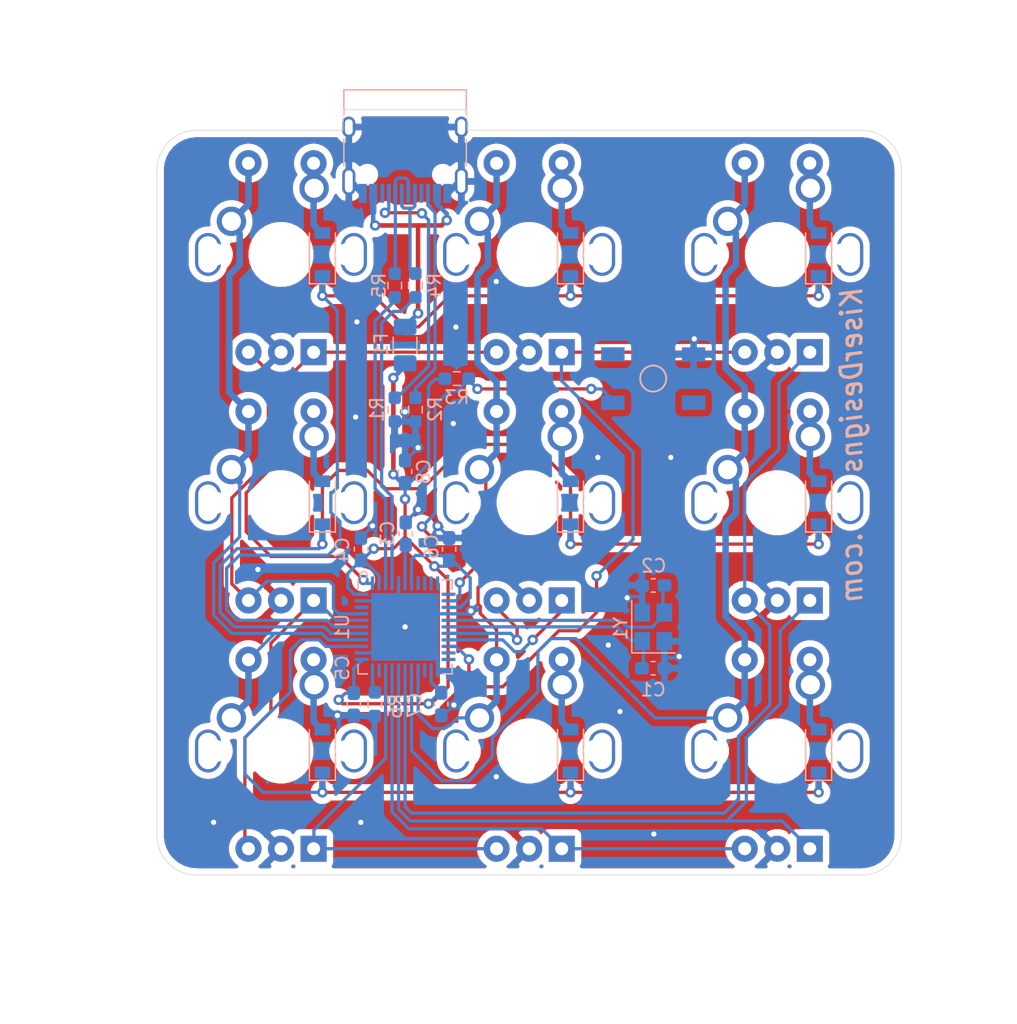
<source format=kicad_pcb>
(kicad_pcb (version 20211014) (generator pcbnew)
  (layers (0 "F.Cu" signal) (31 "B.Cu" signal) (34 "B.Paste" user) (35 "F.Paste" user) (36 "B.SilkS" user "B.Silkscreen") (37 "F.SilkS" user "F.Silkscreen") (38 "B.Mask" user) (39 "F.Mask" user) (44 "Edge.Cuts" user))
  (net 0 "")
  (net 1 "GND")
  (net 2 "+5V")
  (net 3 "Net-(C2-Pad2)")
  (net 4 "Net-(D1-Pad2)")
  (net 5 "ROW0")
  (net 6 "Net-(D2-Pad2)")
  (net 7 "ROW1")
  (net 8 "Net-(D3-Pad2)")
  (net 9 "ROW2")
  (net 10 "Net-(D4-Pad2)")
  (net 11 "Net-(D5-Pad2)")
  (net 12 "Net-(D6-Pad2)")
  (net 13 "Net-(D7-Pad2)")
  (net 14 "Net-(D8-Pad2)")
  (net 15 "Net-(D9-Pad2)")
  (net 16 "VCC")
  (net 17 "Net-(J1-PadB8)")
  (net 18 "Net-(J1-PadA5)")
  (net 19 "D-")
  (net 20 "D+")
  (net 21 "Net-(J1-PadA8)")
  (net 22 "Net-(J1-PadB5)")
  (net 23 "COL0")
  (net 24 "COL1")
  (net 25 "COL2")
  (net 26 "Net-(R3-Pad2)")
  (net 27 "Net-(R6-Pad2)")
  (net 28 "Net-(U1-Pad42)")
  (net 29 "Net-(U1-Pad32)")
  (net 30 "Net-(U1-Pad25)")
  (net 31 "Net-(U1-Pad22)")
  (net 32 "Net-(U1-Pad21)")
  (net 33 "Net-(U1-Pad12)")
  (net 34 "Net-(U1-Pad11)")
  (net 35 "Net-(U1-Pad10)")
  (net 36 "Net-(U1-Pad9)")
  (net 37 "Net-(U1-Pad8)")
  (net 38 "Net-(C1-Pad1)")
  (net 39 "Net-(C3-Pad1)")
  (net 40 "Net-(R4-Pad1)")
  (net 41 "Net-(R5-Pad1)")
  (net 42 "ENC0")
  (net 43 "ENC1")
  (net 44 "ENC2")
  (net 45 "ENC3")
  (net 46 "ENC6")
  (net 47 "ENC5")
  (net 48 "ENC4")
  (net 49 "ENC7")
  (net 50 "ENC8")
  (net 51 "ENC9")
  (footprint "MX_Only:MXOnly-1U-NoLED" (layer "F.Cu") (at 66.675 57.15)
    (fp_text reference "MX1")
    (fp_text value "MX-NoLED")
  )
  (footprint "MX_Only:MXOnly-1U-NoLED" (layer "F.Cu") (at 85.725 57.15)
    (fp_text reference "MX2")
    (fp_text value "MX-NoLED")
  )
  (footprint "MX_Only:MXOnly-1U-NoLED" (layer "F.Cu") (at 104.775 57.15)
    (fp_text reference "MX3")
    (fp_text value "MX-NoLED")
  )
  (footprint "MX_Only:MXOnly-1U-NoLED" (layer "F.Cu") (at 66.675 76.2)
    (fp_text reference "MX4")
    (fp_text value "MX-NoLED")
  )
  (footprint "MX_Only:MXOnly-1U-NoLED" (layer "F.Cu") (at 85.725 76.2)
    (fp_text reference "MX5")
    (fp_text value "MX-NoLED")
  )
  (footprint "MX_Only:MXOnly-1U-NoLED" (layer "F.Cu") (at 104.775 76.2)
    (fp_text reference "MX6")
    (fp_text value "MX-NoLED")
  )
  (footprint "MX_Only:MXOnly-1U-NoLED" (layer "F.Cu") (at 66.675 95.25)
    (fp_text reference "MX7")
    (fp_text value "MX-NoLED")
  )
  (footprint "MX_Only:MXOnly-1U-NoLED" (layer "F.Cu") (at 85.725 95.25)
    (fp_text reference "MX8")
    (fp_text value "MX-NoLED")
  )
  (footprint "MX_Only:MXOnly-1U-NoLED" (layer "F.Cu") (at 104.775 95.25)
    (fp_text reference "MX9")
    (fp_text value "MX-NoLED")
  )
  (footprint "Capacitor_SMD:C_0603_1608Metric_Pad1.08x0.95mm_HandSolder" (layer "B.Cu") (at 72.263095 91.665284 -90)
    (fp_text reference "C5")
    (fp_text value "0.1uF")
  )
  (footprint "Capacitor_SMD:C_0603_1608Metric_Pad1.08x0.95mm_HandSolder" (layer "B.Cu") (at 78.9756 91.649945 -90)
    (fp_text reference "C7")
    (fp_text value "0.1uF")
  )
  (footprint "Diode_SMD:D_SOD-123" (layer "B.Cu") (at 69.85 57.15 90)
    (fp_text reference "D1" hide)
    (fp_text value "D_Small")
  )
  (footprint "Diode_SMD:D_SOD-123" (layer "B.Cu") (at 88.9 57.15 90)
    (fp_text reference "D2" hide)
    (fp_text value "D_Small")
  )
  (footprint "Diode_SMD:D_SOD-123" (layer "B.Cu") (at 107.95 57.15 90)
    (fp_text reference "D3" hide)
    (fp_text value "D_Small")
  )
  (footprint "Diode_SMD:D_SOD-123" (layer "B.Cu") (at 69.85 76.2 90)
    (fp_text reference "D4" hide)
    (fp_text value "D_Small")
  )
  (footprint "Diode_SMD:D_SOD-123" (layer "B.Cu") (at 88.9 76.2 90)
    (fp_text reference "D5" hide)
    (fp_text value "D_Small")
  )
  (footprint "Diode_SMD:D_SOD-123" (layer "B.Cu") (at 107.95 76.2 90)
    (fp_text reference "D6" hide)
    (fp_text value "D_Small")
  )
  (footprint "Diode_SMD:D_SOD-123" (layer "B.Cu") (at 69.85 95.25 90)
    (fp_text reference "D7" hide)
    (fp_text value "D_Small")
  )
  (footprint "Diode_SMD:D_SOD-123" (layer "B.Cu") (at 88.9 95.25 90)
    (fp_text reference "D8" hide)
    (fp_text value "D_Small")
  )
  (footprint "Diode_SMD:D_SOD-123" (layer "B.Cu") (at 107.95 95.25 90)
    (fp_text reference "D9" hide)
    (fp_text value "D_Small")
  )
  (footprint "Resistor_SMD:R_0603_1608Metric_Pad0.98x0.95mm_HandSolder" (layer "B.Cu") (at 73.878918 91.659926 90)
    (fp_text reference "R6")
    (fp_text value "10K")
  )
  (footprint "random-keyboard-parts:SKQG-1155865" (layer "B.Cu") (at 95.25 66.675)
    (fp_text reference "SW10" hide)
    (fp_text value "SW_Push")
  )
  (footprint "Resistor_SMD:R_0603_1608Metric_Pad0.98x0.95mm_HandSolder" (layer "B.Cu") (at 76.99375 69.05625 90)
    (fp_text reference "R2")
    (fp_text value "5.1k")
  )
  (footprint "Keebio-Parts:RotaryEncoder_Alps_EC11E-Switch_Vertical_H20mm" (layer "B.Cu") (at 85.725 57.15 90)
    (fp_text reference "SW2" hide)
    (fp_text value "Rotary_Encoder_Switch")
  )
  (footprint "Keebio-Parts:RotaryEncoder_Alps_EC11E-Switch_Vertical_H20mm" (layer "B.Cu") (at 104.775 57.15 90)
    (fp_text reference "SW3" hide)
    (fp_text value "Rotary_Encoder_Switch")
  )
  (footprint "Keebio-Parts:RotaryEncoder_Alps_EC11E-Switch_Vertical_H20mm" (layer "B.Cu") (at 66.675 76.2 90)
    (fp_text reference "SW4" hide)
    (fp_text value "Rotary_Encoder_Switch")
  )
  (footprint "Keebio-Parts:RotaryEncoder_Alps_EC11E-Switch_Vertical_H20mm" (layer "B.Cu") (at 85.725 76.2 90)
    (fp_text reference "SW5" hide)
    (fp_text value "Rotary_Encoder_Switch")
  )
  (footprint "Keebio-Parts:RotaryEncoder_Alps_EC11E-Switch_Vertical_H20mm" (layer "B.Cu") (at 104.775 76.2 90)
    (fp_text reference "SW6" hide)
    (fp_text value "Rotary_Encoder_Switch")
  )
  (footprint "Keebio-Parts:RotaryEncoder_Alps_EC11E-Switch_Vertical_H20mm" (layer "B.Cu") (at 66.675 95.25 90)
    (fp_text reference "SW7" hide)
    (fp_text value "Rotary_Encoder_Switch")
  )
  (footprint "Keebio-Parts:RotaryEncoder_Alps_EC11E-Switch_Vertical_H20mm" (layer "B.Cu") (at 85.725 95.25 90)
    (fp_text reference "SW8" hide)
    (fp_text value "Rotary_Encoder_Switch")
  )
  (footprint "Keebio-Parts:RotaryEncoder_Alps_EC11E-Switch_Vertical_H20mm" (layer "B.Cu") (at 104.775 95.25 90)
    (fp_text reference "SW9" hide)
    (fp_text value "Rotary_Encoder_Switch")
  )
  (footprint "Keebio-Parts:RotaryEncoder_Alps_EC11E-Switch_Vertical_H20mm" (layer "B.Cu") (at 66.675 57.15 90)
    (fp_text reference "SW1" hide)
    (fp_text value "Rotary_Encoder_Switch")
  )
  (footprint "Crystal:Crystal_SMD_3225-4Pin_3.2x2.5mm" (layer "B.Cu") (at 95.25 85.725 90)
    (fp_text reference "Y1")
    (fp_text value "16MHz")
  )
  (footprint "Fuse:Fuse_1206_3216Metric" (layer "B.Cu") (at 76.2 64.10625 90)
    (fp_text reference "F1")
    (fp_text value "500mA")
  )
  (footprint "Resistor_SMD:R_0603_1608Metric_Pad0.98x0.95mm_HandSolder" (layer "B.Cu") (at 75.40625 59.53125 90)
    (fp_text reference "R5")
    (fp_text value "22")
  )
  (footprint "Connector_USB:USB_C_Receptacle_HRO_TYPE-C-31-M-12" (layer "B.Cu") (at 76.2 48.41875)
    (fp_text reference "J1" hide)
    (fp_text value "USB_C_Receptacle_USB2.0")
  )
  (footprint "Resistor_SMD:R_0603_1608Metric_Pad0.98x0.95mm_HandSolder" (layer "B.Cu") (at 75.40625 69.05625 90)
    (fp_text reference "R1")
    (fp_text value "5.1k")
  )
  (footprint "Capacitor_SMD:C_0603_1608Metric_Pad1.08x0.95mm_HandSolder" (layer "B.Cu") (at 95.25 88.9)
    (fp_text reference "C1")
    (fp_text value "22pF")
  )
  (footprint "Capacitor_SMD:C_0603_1608Metric_Pad1.08x0.95mm_HandSolder" (layer "B.Cu") (at 76.2 73.81875 90)
    (fp_text reference "C8")
    (fp_text value "10uF")
  )
  (footprint "Resistor_SMD:R_0603_1608Metric_Pad0.98x0.95mm_HandSolder" (layer "B.Cu") (at 76.99375 59.53125 90)
    (fp_text reference "R4")
    (fp_text value "22")
  )
  (footprint "Package_DFN_QFN:QFN-44-1EP_7x7mm_P0.5mm_EP5.2x5.2mm" (layer "B.Cu") (at 76.2 85.725 -90)
    (fp_text reference "U1")
    (fp_text value "ATmega32U4-MU")
  )
  (footprint "Resistor_SMD:R_0603_1608Metric_Pad0.98x0.95mm_HandSolder" (layer "B.Cu") (at 80.16875 66.675)
    (fp_text reference "R3")
    (fp_text value "10k")
  )
  (footprint "Capacitor_SMD:C_0603_1608Metric_Pad1.08x0.95mm_HandSolder" (layer "B.Cu") (at 79.58111 79.771366 90)
    (fp_text reference "C6")
    (fp_text value "0.1uF")
  )
  (footprint "Capacitor_SMD:C_0603_1608Metric_Pad1.08x0.95mm_HandSolder" (layer "B.Cu") (at 72.814952 79.759329 90)
    (fp_text reference "C4")
    (fp_text value "0.1uF")
  )
  (footprint "Capacitor_SMD:C_0603_1608Metric_Pad1.08x0.95mm_HandSolder" (layer "B.Cu") (at 76.25 78.58125 90)
    (fp_text reference "C3")
    (fp_text value "1uF")
  )
  (footprint "Capacitor_SMD:C_0603_1608Metric_Pad1.08x0.95mm_HandSolder" (layer "B.Cu") (at 95.25 82.55)
    (fp_text reference "C2")
    (fp_text value "22pF")
  )
  (gr_arc (start 60.198 104.775) (mid 58.042739 103.882261) (end 57.15 101.727) (layer "Edge.Cuts") (width 0.05))
  (gr_arc (start 114.3 101.727) (mid 113.407261 103.882261) (end 111.252 104.775) (layer "Edge.Cuts") (width 0.05))
  (gr_line (start 80.9625 47.625) (end 111.252 47.625) (layer "Edge.Cuts") (width 0.05))
  (gr_line (start 114.3 50.673) (end 114.3 101.727) (layer "Edge.Cuts") (width 0.05))
  (gr_line (start 111.252 104.775) (end 60.198 104.775) (layer "Edge.Cuts") (width 0.05))
  (gr_line (start 57.15 101.727) (end 57.15 50.673) (layer "Edge.Cuts") (width 0.05))
  (gr_line (start 80.9625 46.0375) (end 80.9625 47.625) (layer "Edge.Cuts") (width 0.05))
  (gr_line (start 71.4375 46.0375) (end 71.4375 47.625) (layer "Edge.Cuts") (width 0.05))
  (gr_line (start 80.16875 46.0375) (end 80.9625 46.0375) (layer "Edge.Cuts") (width 0.05))
  (gr_arc (start 57.15 50.673) (mid 58.042739 48.517739) (end 60.198 47.625) (layer "Edge.Cuts") (width 0.05))
  (gr_line (start 71.4375 46.0375) (end 80.16875 46.0375) (layer "Edge.Cuts") (width 0.05))
  (gr_arc (start 111.252 47.625) (mid 113.407261 48.517739) (end 114.3 50.673) (layer "Edge.Cuts") (width 0.05))
  (gr_line (start 60.198 47.625) (end 71.4375 47.625) (layer "Edge.Cuts") (width 0.05))
  (gr_text "KiserDesigns    .com" (at 110.474319 59.454272 90) (layer "B.SilkS") (effects (font (size 1.6 1.5) (thickness 0.25) italic) (justify left mirror)))
  (via (at 98.4 63.625) (size 0.8) (drill 0.4) (layers "F.Cu" "B.Cu") (net 1))
  (via (at 92.7 92.225) (size 0.8) (drill 0.4) (layers "F.Cu" "B.Cu") (net 1))
  (via (at 83.2 97.225) (size 0.8) (drill 0.4) (layers "F.Cu" "B.Cu") (net 1))
  (via (at 80.1 62.725) (size 0.8) (drill 0.4) (layers "F.Cu" "B.Cu") (net 1))
  (via (at 71 92.525) (size 0.8) (drill 0.4) (layers "F.Cu" "B.Cu") (net 1))
  (via (at 93.25 83.5) (size 0.8) (drill 0.4) (layers "F.Cu" "B.Cu") (net 1))
  (via (at 77.2 76.725) (size 0.8) (drill 0.4) (layers "F.Cu" "B.Cu") (net 1))
  (via (at 72.4 69.625) (size 0.8) (drill 0.4) (layers "F.Cu" "B.Cu") (net 1))
  (via (at 97.25 88) (size 0.8) (drill 0.4) (layers "F.Cu" "B.Cu") (net 1))
  (via (at 91.8 87.125) (size 0.8) (drill 0.4) (layers "F.Cu" "B.Cu") (net 1))
  (via (at 72.5 62.325) (size 0.8) (drill 0.4) (layers "F.Cu" "B.Cu") (net 1))
  (via (at 61.5 100.725) (size 0.8) (drill 0.4) (layers "F.Cu" "B.Cu") (net 1))
  (via (at 76.2 85.725) (size 0.8) (drill 0.4) (layers "F.Cu" "B.Cu") (net 1))
  (via (at 77.2 71.975) (size 0.8) (drill 0.4) (layers "F.Cu" "B.Cu") (net 1))
  (via (at 96.6 72.725) (size 0.8) (drill 0.4) (layers "F.Cu" "B.Cu") (net 1))
  (via (at 64.9 81.325) (size 0.8) (drill 0.4) (layers "F.Cu" "B.Cu") (net 1))
  (via (at 72.8 100.725) (size 0.8) (drill 0.4) (layers "F.Cu" "B.Cu") (net 1))
  (via (at 78.7 77.975) (size 0.8) (drill 0.4) (layers "F.Cu" "B.Cu") (net 1))
  (via (at 79.9 70.125) (size 0.8) (drill 0.4) (layers "F.Cu" "B.Cu") (net 1))
  (via (at 79.95 91.725) (size 0.8) (drill 0.4) (layers "F.Cu" "B.Cu") (net 1))
  (via (at 73.7 77.975) (size 0.8) (drill 0.4) (layers "F.Cu" "B.Cu") (net 1))
  (via (at 76.2 69.225) (size 0.8) (drill 0.4) (layers "F.Cu" "B.Cu") (net 1))
  (via (at 95.3 101.625) (size 0.8) (drill 0.4) (layers "F.Cu" "B.Cu") (net 1))
  (via (at 81.25 84.5) (size 0.8) (drill 0.4) (layers "F.Cu" "B.Cu") (net 1))
  (via (at 91 72.725) (size 0.8) (drill 0.4) (layers "F.Cu" "B.Cu") (net 1))
  (via (at 83.2 59.225) (size 0.8) (drill 0.4) (layers "F.Cu" "B.Cu") (net 1))
  (segment (start 72.8625 83.725) (end 74.225 83.725) (width 0.25) (layer "B.Cu") (net 1))
  (segment (start 79.46125 52.46375) (end 80.5 51.425) (width 0.5) (layer "B.Cu") (net 1))
  (segment (start 94.4 83.4) (end 94.4 82.65) (width 0.25) (layer "B.Cu") (net 1))
  (segment (start 81.025 84.725) (end 81.25 84.5) (width 0.25) (layer "B.Cu") (net 1))
  (segment (start 76.25 77.675) (end 77.2 76.725) (width 0.25) (layer "B.Cu") (net 1))
  (segment (start 72.95 52.46375) (end 72.93875 52.46375) (width 0.5) (layer "B.Cu") (net 1))
  (segment (start 72.93875 52.46375) (end 71.9 51.425) (width 0.5) (layer "B.Cu") (net 1))
  (segment (start 72.8625 87.725) (end 74.275 87.725) (width 0.25) (layer "B.Cu") (net 1))
  (segment (start 94.4 82.65) (end 94.25 82.5) (width 0.25) (layer "B.Cu") (net 1))
  (segment (start 79.5375 84.725) (end 77.275 84.725) (width 0.25) (layer "B.Cu") (net 1))
  (segment (start 78.67499 88.448012) (end 78.67499 87.5) (width 0.25) (layer "B.Cu") (net 1))
  (segment (start 76.25 77.71875) (end 76.25 77.675) (width 0.25) (layer "B.Cu") (net 1))
  (segment (start 72.263095 92.527784) (end 71.002784 92.527784) (width 0.25) (layer "B.Cu") (net 1))
  (segment (start 72.814952 78.896829) (end 72.814952 78.860048) (width 0.25) (layer "B.Cu") (net 1))
  (segment (start 94.4 83.4) (end 93.35 83.4) (width 0.25) (layer "B.Cu") (net 1))
  (segment (start 76.2 72.95625) (end 76.21875 72.95625) (width 0.25) (layer "B.Cu") (net 1))
  (segment (start 97.15 88.1) (end 97.25 88) (width 0.25) (layer "B.Cu") (net 1))
  (segment (start 74.225 83.725) (end 76.25 85.75) (width 0.25) (layer "B.Cu") (net 1))
  (segment (start 80.6 91.075) (end 80.6 90.025) (width 0.5) (layer "B.Cu") (net 1))
  (segment (start 98.35 64.825) (end 98.35 63.675) (width 0.25) (layer "B.Cu") (net 1))
  (segment (start 76.21875 72.95625) (end 77.2 71.975) (width 0.25) (layer "B.Cu") (net 1))
  (segment (start 76.2 70.025) (end 76.2 69.225) (width 0.25) (layer "B.Cu") (net 1))
  (segment (start 73.897216 92.527784) (end 73.95 92.475) (width 0.25) (layer "B.Cu") (net 1))
  (segment (start 77.275 84.725) (end 76.25 85.75) (width 0.25) (layer "B.Cu") (net 1))
  (segment (start 79.162555 92.512445) (end 79.95 91.725) (width 0.25) (layer "B.Cu") (net 1))
  (segment (start 96.1 88.1) (end 96.1 88.85) (width 0.25) (layer "B.Cu") (net 1))
  (segment (start 78.9756 92.512445) (end 79.162555 92.512445) (width 0.25) (layer "B.Cu") (net 1))
  (segment (start 72.814952 78.860048) (end 73.7 77.975) (width 0.25) (layer "B.Cu") (net 1))
  (segment (start 74.275 87.725) (end 76.25 85.75) (width 0.25) (layer "B.Cu") (net 1))
  (segment (start 79.7 89.125) (end 78.8 89.125) (width 0.5) (layer "B.Cu") (net 1))
  (segment (start 96.1 88.1) (end 97.15 88.1) (width 0.25) (layer "B.Cu") (net 1))
  (segment (start 76.2 70.025) (end 76.9 70.025) (width 0.25) (layer "B.Cu") (net 1))
  (segment (start 73.002784 92.527784) (end 73.897216 92.527784) (width 0.25) (layer "B.Cu") (net 1))
  (segment (start 72.263095 92.527784) (end 73.002784 92.527784) (width 0.25) (layer "B.Cu") (net 1))
  (segment (start 78.7 89.0625) (end 78.7 88.473022) (width 0.25) (layer "B.Cu") (net 1))
  (segment (start 80.6 90.025) (end 79.7 89.125) (width 0.5) (layer "B.Cu") (net 1))
  (segment (start 96.1 88.85) (end 96.25 89) (width 0.25) (layer "B.Cu") (net 1))
  (segment (start 79.58111 78.85611) (end 78.7 77.975) (width 0.25) (layer "B.Cu") (net 1))
  (segment (start 79.95 91.725) (end 80.6 91.075) (width 0.5) (layer "B.Cu") (net 1))
  (segment (start 75.7 85.2) (end 76.25 85.75) (width 0.25) (layer "B.Cu") (net 1))
  (segment (start 75.4625 70.025) (end 76.2 70.025) (width 0.25) (layer "B.Cu") (net 1))
  (segment (start 79.45 52.46375) (end 79.46125 52.46375) (width 0.5) (layer "B.Cu") (net 1))
  (segment (start 98.35 63.675) (end 98.4 63.625) (width 0.25) (layer "B.Cu") (net 1))
  (segment (start 71.002784 92.527784) (end 71 92.525) (width 0.25) (layer "B.Cu") (net 1))
  (segment (start 79.58111 78.908866) (end 79.58111 78.85611) (width 0.25) (layer "B.Cu") (net 1))
  (segment (start 96.1 86.825) (end 96.1 88.1) (width 0.25) (layer "B.Cu") (net 1))
  (segment (start 93.35 83.4) (end 93.25 83.5) (width 0.25) (layer "B.Cu") (net 1))
  (segment (start 78.7 88.473022) (end 78.67499 88.448012) (width 0.25) (layer "B.Cu") (net 1))
  (segment (start 79.5375 84.725) (end 81.025 84.725) (width 0.25) (layer "B.Cu") (net 1))
  (segment (start 75.40625 69.96875) (end 75.4625 70.025) (width 0.25) (layer "B.Cu") (net 1))
  (segment (start 78.7 89.0625) (end 79.5625 89.0625) (width 0.25) (layer "B.Cu") (net 1))
  (segment (start 75.7 82.3875) (end 75.7 85.2) (width 0.25) (layer "B.Cu") (net 1))
  (segment (start 94.4 84.625) (end 94.4 83.4) (width 0.25) (layer "B.Cu") (net 1))
  (segment (start 76.2 75.925) (end 76.2 78.825) (width 0.25) (layer "F.Cu") (net 2))
  (segment (start 78.45 81.075) (end 79.5 82.125) (width 0.25) (layer "F.Cu") (net 2))
  (segment (start 74.2 91.625) (end 71.4 91.625) (width 0.25) (layer "F.Cu") (net 2))
  (segment (start 71.4 91.625) (end 71.1 91.325) (width 0.25) (layer "F.Cu") (net 2))
  (segment (start 77.1 79.725) (end 78.45 81.075) (width 0.25) (layer "F.Cu") (net 2))
  (segment (start 79.5 82.125) (end 79.5 90.325) (width 0.25) (layer "F.Cu") (net 2))
  (segment (start 75.3 66.625) (end 75.3 74.025) (width 0.35) (layer "F.Cu") (net 2))
  (segment (start 79.5 90.325) (end 78.2 91.625) (width 0.25) (layer "F.Cu") (net 2))
  (segment (start 75.3 79.725) (end 73.8 79.725) (width 0.25) (layer "F.Cu") (net 2))
  (segment (start 76.2 78.825) (end 75.3 79.725) (width 0.25) (layer "F.Cu") (net 2))
  (segment (start 76.2 78.825) (end 77.1 79.725) (width 0.25) (layer "F.Cu") (net 2))
  (segment (start 78.2 91.625) (end 78 91.625) (width 0.25) (layer "F.Cu") (net 2))
  (segment (start 78 91.625) (end 74.2 91.625) (width 0.25) (layer "F.Cu") (net 2))
  (via (at 71.1 91.325) (size 0.8) (drill 0.4) (layers "F.Cu" "B.Cu") (net 2))
  (via (at 78 91.625) (size 0.8) (drill 0.4) (layers "F.Cu" "B.Cu") (net 2))
  (via (at 75.3 74.025) (size 0.8) (drill 0.4) (layers "F.Cu" "B.Cu") (net 2))
  (via (at 75.3 66.625) (size 0.8) (drill 0.4) (layers "F.Cu" "B.Cu") (net 2))
  (via (at 76.2 75.925) (size 0.8) (drill 0.4) (layers "F.Cu" "B.Cu") (net 2))
  (via (at 73.8 79.725) (size 0.8) (drill 0.4) (layers "F.Cu" "B.Cu") (net 2))
  (via (at 78.45 81.075) (size 0.8) (drill 0.4) (layers "F.Cu" "B.Cu") (net 2))
  (segment (start 78 67.225) (end 78.5 66.725) (width 0.25) (layer "B.Cu") (net 2))
  (segment (start 75.3 74.025) (end 76 74.725) (width 0.35) (layer "B.Cu") (net 2))
  (segment (start 81.2 81.975) (end 79.7 80.475) (width 0.25) (layer "B.Cu") (net 2))
  (segment (start 78.8 90.825) (end 79 90.825) (width 0.25) (layer "B.Cu") (net 2))
  (segment (start 76 74.725) (end 76.1 74.725) (width 0.35) (layer "B.Cu") (net 2))
  (segment (start 76.7 80.55) (end 77 80.25) (width 0.25) (layer "B.Cu") (net 2))
  (segment (start 76.2 65.50625) (end 76.2 65.725) (width 0.35) (layer "B.Cu") (net 2))
  (segment (start 78 91.625) (end 78.8 90.825) (width 0.25) (layer "B.Cu") (net 2))
  (segment (start 76.54375 74.68125) (end 78 73.225) (width 0.25) (layer "B.Cu") (net 2))
  (segment (start 79.25 80.25) (end 79.5 80.5) (width 0.25) (layer "B.Cu") (net 2))
  (segment (start 79.5375 84.225) (end 80.45 84.225) (width 0.25) (layer "B.Cu") (net 2))
  (segment (start 72.8625 83.225) (end 72.3 83.225) (width 0.25) (layer "B.Cu") (net 2))
  (segment (start 78.5 66.725) (end 79.2 66.725) (width 0.25) (layer "B.Cu") (net 2))
  (segment (start 76.2 74.68125) (end 76.54375 74.68125) (width 0.25) (layer "B.Cu") (net 2))
  (segment (start 71.6 90.825) (end 72.2 90.825) (width 0.25) (layer "B.Cu") (net 2))
  (segment (start 74.2 82.3875) (end 74.2 81.801978) (width 0.25) (layer "B.Cu") (net 2))
  (segment (start 71.1 91.325) (end 71.6 90.825) (width 0.25) (layer "B.Cu") (net 2))
  (segment (start 72.263095 88.911905) (end 72.95 88.225) (width 0.25) (layer "B.Cu") (net 2))
  (segment (start 72.898022 80.5) (end 72.75 80.5) (width 0.25) (layer "B.Cu") (net 2))
  (segment (start 76.2 74.68125) (end 76.2 75.925) (width 0.25) (layer "B.Cu") (net 2))
  (segment (start 79.35 81.075) (end 78.45 81.075) (width 0.25) (layer "B.Cu") (net 2))
  (segment (start 78 73.225) (end 78 67.225) (width 0.25) (layer "B.Cu") (net 2))
  (segment (start 72.8625 80.6375) (end 73 80.5) (width 0.25) (layer "B.Cu") (net 2))
  (segment (start 79.58111 80.84389) (end 79.35 81.075) (width 0.25) (layer "B.Cu") (net 2))
  (segment (start 71.8 81.625) (end 72.8 80.625) (width 0.25) (layer "B.Cu") (net 2))
  (segment (start 76.2 65.725) (end 75.3 66.625) (width 0.35) (layer "B.Cu") (net 2))
  (segment (start 80.45 84.225) (end 81.2 83.475) (width 0.25) (layer "B.Cu") (net 2))
  (segment (start 78.2 89.975) (end 78.95 90.725) (width 0.25) (layer "B.Cu") (net 2))
  (segment (start 73.8 79.725) (end 72.9 80.625) (width 0.25) (layer "B.Cu") (net 2))
  (segment (start 77 80.25) (end 79.25 80.25) (width 0.25) (layer "B.Cu") (net 2))
  (segment (start 72.263095 90.802784) (end 72.263095 88.911905) (width 0.25) (layer "B.Cu") (net 2))
  (segment (start 76.7 82.3875) (end 76.7 80.55) (width 0.25) (layer "B.Cu") (net 2))
  (segment (start 78.2 89.0625) (end 78.2 89.975) (width 0.25) (layer "B.Cu") (net 2))
  (segment (start 74.2 81.801978) (end 72.898022 80.5) (width 0.25) (layer "B.Cu") (net 2))
  (segment (start 79.58111 80.633866) (end 79.58111 80.84389) (width 0.25) (layer "B.Cu") (net 2))
  (segment (start 71.8 82.725) (end 71.8 81.625) (width 0.25) (layer "B.Cu") (net 2))
  (segment (start 72.3 83.225) (end 71.8 82.725) (width 0.25) (layer "B.Cu") (net 2))
  (segment (start 81.2 83.475) (end 81.2 81.975) (width 0.25) (layer "B.Cu") (net 2))
  (segment (start 93.25 85.75) (end 95.160002 85.75) (width 0.25) (layer "B.Cu") (net 3))
  (segment (start 79.5375 85.225) (end 92.725 85.225) (width 0.25) (layer "B.Cu") (net 3))
  (segment (start 92.725 85.225) (end 93.25 85.75) (width 0.25) (layer "B.Cu") (net 3))
  (segment (start 95.160002 85.75) (end 96 84.910002) (width 0.25) (layer "B.Cu") (net 3))
  (segment (start 96 84.910002) (end 96 82.5) (width 0.25) (layer "B.Cu") (net 3))
  (segment (start 69.175 50.15) (end 69.175 54.8875) (width 0.5) (layer "B.Cu") (net 4))
  (segment (start 69.175 54.8875) (end 69.85 55.5625) (width 0.5) (layer "B.Cu") (net 4))
  (segment (start 69.85 60.325) (end 73.81875 60.325) (width 0.25) (layer "F.Cu") (net 5))
  (segment (start 73.81875 60.325) (end 76.2 62.70625) (width 0.25) (layer "F.Cu") (net 5))
  (segment (start 88.9 60.325) (end 107.95 60.325) (width 0.25) (layer "F.Cu") (net 5))
  (segment (start 79.616945 60.325) (end 88.9 60.325) (width 0.25) (layer "F.Cu") (net 5))
  (segment (start 77.235695 62.70625) (end 79.616945 60.325) (width 0.25) (layer "F.Cu") (net 5))
  (segment (start 76.2 62.70625) (end 77.235695 62.70625) (width 0.25) (layer "F.Cu") (net 5))
  (via (at 69.85 60.325) (size 0.8) (drill 0.4) (layers "F.Cu" "B.Cu") (net 5))
  (via (at 107.95 60.325) (size 0.8) (drill 0.4) (layers "F.Cu" "B.Cu") (net 5))
  (via (at 88.9 60.325) (size 0.8) (drill 0.4) (layers "F.Cu" "B.Cu") (net 5))
  (segment (start 72.8625 85.725) (end 72.2 85.725) (width 0.25) (layer "B.Cu") (net 5))
  (segment (start 71 75.035002) (end 71 61.475) (width 0.25) (layer "B.Cu") (net 5))
  (segment (start 71 61.475) (end 69.85 60.325) (width 0.25) (layer "B.Cu") (net 5))
  (segment (start 69.85 58.8) (end 69.85 60.325) (width 0.5) (layer "B.Cu") (net 5))
  (segment (start 70.610002 75.425) (end 71 75.035002) (width 0.25) (layer "B.Cu") (net 5))
  (segment (start 107.95 58.8) (end 107.95 60.325) (width 0.5) (layer "B.Cu") (net 5))
  (segment (start 72.8625 85.725) (end 70.7 85.725) (width 0.25) (layer "B.Cu") (net 5))
  (segment (start 63.5 80.225) (end 70.3 80.225) (width 0.25) (layer "B.Cu") (net 5))
  (segment (start 71.2 77.648851) (end 70.5 76.948851) (width 0.25) (layer "B.Cu") (net 5))
  (segment (start 62.5 84.425) (end 62.5 81.225) (width 0.25) (layer "B.Cu") (net 5))
  (segment (start 62.5 81.225) (end 63.5 80.225) (width 0.25) (layer "B.Cu") (net 5))
  (segment (start 70.7 85.725) (end 70.2 85.225) (width 0.25) (layer "B.Cu") (net 5))
  (segment (start 70.5 75.425) (end 70.610002 75.425) (width 0.25) (layer "B.Cu") (net 5))
  (segment (start 70.2 85.225) (end 63.3 85.225) (width 0.25) (layer "B.Cu") (net 5))
  (segment (start 70.5 76.948851) (end 70.5 75.425) (width 0.25) (layer "B.Cu") (net 5))
  (segment (start 71.2 79.325) (end 71.2 77.648851) (width 0.25) (layer "B.Cu") (net 5))
  (segment (start 88.9 58.8) (end 88.9 60.325) (width 0.5) (layer "B.Cu") (net 5))
  (segment (start 70.3 80.225) (end 71.2 79.325) (width 0.25) (layer "B.Cu") (net 5))
  (segment (start 63.3 85.225) (end 62.5 84.425) (width 0.25) (layer "B.Cu") (net 5))
  (segment (start 88.225 54.8875) (end 88.9 55.5625) (width 0.5) (layer "B.Cu") (net 6))
  (segment (start 88.225 50.15) (end 88.225 54.8875) (width 0.5) (layer "B.Cu") (net 6))
  (segment (start 107.95 79.375) (end 88.9 79.375) (width 0.25) (layer "F.Cu") (net 7))
  (segment (start 69.85 74.975) (end 71.1 73.725) (width 0.25) (layer "F.Cu") (net 7))
  (segment (start 77.5 75.125) (end 80.9 71.725) (width 0.25) (layer "F.Cu") (net 7))
  (segment (start 71.1 73.725) (end 73.3 73.725) (width 0.25) (layer "F.Cu") (net 7))
  (segment (start 80.9 71.725) (end 86.0125 71.725) (width 0.25) (layer "F.Cu") (net 7))
  (segment (start 69.85 79.375) (end 69.85 74.975) (width 0.25) (layer "F.Cu") (net 7))
  (segment (start 88.9 74.6125) (end 88.9 75.40625) (width 0.25) (layer "F.Cu") (net 7))
  (segment (start 86.0125 71.725) (end 88.9 74.6125) (width 0.25) (layer "F.Cu") (net 7))
  (segment (start 73.3 73.725) (end 74.7 75.125) (width 0.25) (layer "F.Cu") (net 7))
  (segment (start 88.9 75.40625) (end 88.9 79.375) (width 0.25) (layer "F.Cu") (net 7))
  (segment (start 74.7 75.125) (end 77.5 75.125) (width 0.25) (layer "F.Cu") (net 7))
  (via (at 88.9 79.375) (size 0.8) (drill 0.4) (layers "F.Cu" "B.Cu") (net 7))
  (via (at 69.85 79.375) (size 0.8) (drill 0.4) (layers "F.Cu" "B.Cu") (net 7))
  (via (at 107.95 79.375) (size 0.8) (drill 0.4) (layers "F.Cu" "B.Cu") (net 7))
  (segment (start 69.6 79.725) (end 63.3 79.725) (width 0.25) (layer "B.Cu") (net 7))
  (segment (start 72.8625 86.225) (end 71.2 86.225) (width 0.25) (layer "B.Cu") (net 7))
  (segment (start 88.9 77.85) (end 88.9 79.375) (width 0.5) (layer "B.Cu") (net 7))
  (segment (start 62 81.025) (end 62 84.625) (width 0.25) (layer "B.Cu") (net 7))
  (segment (start 63.3 79.725) (end 62 81.025) (width 0.25) (layer "B.Cu") (net 7))
  (segment (start 69.85 77.85) (end 69.85 79.375) (width 0.5) (layer "B.Cu") (net 7))
  (segment (start 69.85 79.375) (end 69.85 79.475) (width 0.25) (layer "B.Cu") (net 7))
  (segment (start 68.1 85.725) (end 67.9 85.725) (width 0.25) (layer "B.Cu") (net 7))
  (segment (start 62 84.625) (end 63.1 85.725) (width 0.25) (layer "B.Cu") (net 7))
  (segment (start 70 85.725) (end 68.1 85.725) (width 0.25) (layer "B.Cu") (net 7))
  (segment (start 71.2 86.225) (end 70.5 86.225) (width 0.25) (layer "B.Cu") (net 7))
  (segment (start 69.85 79.475) (end 69.6 79.725) (width 0.25) (layer "B.Cu") (net 7))
  (segment (start 70.5 86.225) (end 70 85.725) (width 0.25) (layer "B.Cu") (net 7))
  (segment (start 107.95 77.85) (end 107.95 79.375) (width 0.5) (layer "B.Cu") (net 7))
  (segment (start 63.1 85.725) (end 68.1 85.725) (width 0.25) (layer "B.Cu") (net 7))
  (segment (start 107.275 50.15) (end 107.275 54.8875) (width 0.5) (layer "B.Cu") (net 8))
  (segment (start 107.275 54.8875) (end 107.95 55.5625) (width 0.5) (layer "B.Cu") (net 8))
  (segment (start 69.85 98.425) (end 107.95 98.425) (width 0.25) (layer "F.Cu") (net 9))
  (via (at 107.95 98.425) (size 0.8) (drill 0.4) (layers "F.Cu" "B.Cu") (net 9))
  (via (at 88.9 98.425) (size 0.8) (drill 0.4) (layers "F.Cu" "B.Cu") (net 9))
  (via (at 69.85 98.425) (size 0.8) (drill 0.4) (layers "F.Cu" "B.Cu") (net 9))
  (segment (start 67.4 87.525) (end 67.4 90.725) (width 0.25) (layer "B.Cu") (net 9))
  (segment (start 63.9 97.025) (end 65.3 98.425) (width 0.25) (layer "B.Cu") (net 9))
  (segment (start 67.4 90.725) (end 63.9 94.225) (width 0.25) (layer "B.Cu") (net 9))
  (segment (start 68.2 86.725) (end 67.4 87.525) (width 0.25) (layer "B.Cu") (net 9))
  (segment (start 88.9 96.9) (end 88.9 98.425) (width 0.5) (layer "B.Cu") (net 9))
  (segment (start 69.6 86.725) (end 68.2 86.725) (width 0.25) (layer "B.Cu") (net 9))
  (segment (start 65.3 98.425) (end 69.85 98.425) (width 0.25) (layer "B.Cu") (net 9))
  (segment (start 72.8625 87.225) (end 70.1 87.225) (width 0.25) (layer "B.Cu") (net 9))
  (segment (start 107.95 96.9) (end 107.95 98.425) (width 0.5) (layer "B.Cu") (net 9))
  (segment (start 63.9 94.225) (end 63.9 97.025) (width 0.25) (layer "B.Cu") (net 9))
  (segment (start 69.85 96.9) (end 69.85 98.425) (width 0.5) (layer "B.Cu") (net 9))
  (segment (start 70.1 87.225) (end 69.6 86.725) (width 0.25) (layer "B.Cu") (net 9))
  (segment (start 69.175 73.9375) (end 69.85 74.6125) (width 0.5) (layer "B.Cu") (net 10))
  (segment (start 69.175 69.2) (end 69.175 73.9375) (width 0.5) (layer "B.Cu") (net 10))
  (segment (start 88.225 73.9375) (end 88.9 74.6125) (width 0.5) (layer "B.Cu") (net 11))
  (segment (start 88.225 69.2) (end 88.225 73.9375) (width 0.5) (layer "B.Cu") (net 11))
  (segment (start 107.275 69.2) (end 107.275 73.9375) (width 0.5) (layer "B.Cu") (net 12))
  (segment (start 107.275 73.9375) (end 107.95 74.6125) (width 0.5) (layer "B.Cu") (net 12))
  (segment (start 69.175 88.25) (end 69.175 92.9875) (width 0.5) (layer "B.Cu") (net 13))
  (segment (start 69.175 92.9875) (end 69.85 93.6625) (width 0.5) (layer "B.Cu") (net 13))
  (segment (start 88.225 88.25) (end 88.225 92.9875) (width 0.5) (layer "B.Cu") (net 14))
  (segment (start 88.225 92.9875) (end 88.9 93.6625) (width 0.5) (layer "B.Cu") (net 14))
  (segment (start 107.275 88.25) (end 107.275 92.9875) (width 0.5) (layer "B.Cu") (net 15))
  (segment (start 107.275 92.9875) (end 107.95 93.6625) (width 0.5) (layer "B.Cu") (net 15))
  (segment (start 79.4 54.525) (end 79 54.925) (width 0.35) (layer "F.Cu") (net 16))
  (segment (start 74.478217 54.925) (end 73.9 54.925) (width 0.35) (layer "F.Cu") (net 16))
  (segment (start 77.2 54.925) (end 74.478217 54.925) (width 0.35) (layer "F.Cu") (net 16))
  (segment (start 77.197005 61.671938) (end 77.197005 54.927995) (width 0.35) (layer "F.Cu") (net 16))
  (segment (start 79 54.925) (end 77.2 54.925) (width 0.35) (layer "F.Cu") (net 16))
  (segment (start 77.197005 54.927995) (end 77.2 54.925) (width 0.35) (layer "F.Cu") (net 16))
  (via (at 77.197005 61.671938) (size 0.8) (drill 0.4) (layers "F.Cu" "B.Cu") (net 16))
  (via (at 79.4 54.525) (size 0.8) (drill 0.4) (layers "F.Cu" "B.Cu") (net 16))
  (via (at 73.9 54.925) (size 0.8) (drill 0.4) (layers "F.Cu" "B.Cu") (net 16))
  (segment (start 79.4 54.025) (end 79.4 54.525) (width 0.35) (layer "B.Cu") (net 16))
  (segment (start 73.9 54.925) (end 73.75 54.775) (width 0.35) (layer "B.Cu") (net 16))
  (segment (start 78.65 52.46375) (end 78.65 53.175) (width 0.35) (layer "B.Cu") (net 16))
  (segment (start 73.75 52.46375) (end 73.75 53.90625) (width 0.5) (layer "B.Cu") (net 16))
  (segment (start 76.2 62.70625) (end 76.2 62.668943) (width 0.35) (layer "B.Cu") (net 16))
  (segment (start 78.65 53.275) (end 79.4 54.025) (width 0.35) (layer "B.Cu") (net 16))
  (segment (start 76.2 62.668943) (end 77.197005 61.671938) (width 0.35) (layer "B.Cu") (net 16))
  (segment (start 73.75 54.775) (end 73.75 53.90625) (width 0.35) (layer "B.Cu") (net 16))
  (segment (start 78.65 53.175) (end 78.65 53.275) (width 0.35) (layer "B.Cu") (net 16))
  (segment (start 77.450549 53.952308) (end 77.490237 53.991996) (width 0.25) (layer "F.Cu") (net 18))
  (segment (start 74.652527 53.952308) (end 77.450549 53.952308) (width 0.25) (layer "F.Cu") (net 18))
  (via (at 74.652527 53.952308) (size 0.8) (drill 0.4) (layers "F.Cu" "B.Cu") (net 18))
  (via (at 77.490237 53.991996) (size 0.8) (drill 0.4) (layers "F.Cu" "B.Cu") (net 18))
  (segment (start 78 65.725) (end 77 66.725) (width 0.25) (layer "B.Cu") (net 18))
  (segment (start 77 66.725) (end 75.5 68.225) (width 0.25) (layer "B.Cu") (net 18))
  (segment (start 74.95 53.654835) (end 74.652527 53.952308) (width 0.25) (layer "B.Cu") (net 18))
  (segment (start 77.490237 53.991996) (end 78 54.501759) (width 0.25) (layer "B.Cu") (net 18))
  (segment (start 78 54.501759) (end 78 65.725) (width 0.25) (layer "B.Cu") (net 18))
  (segment (start 74.95 52.46375) (end 74.95 53.654835) (width 0.25) (layer "B.Cu") (net 18))
  (segment (start 75.45 52.46375) (end 75.45 58.69375) (width 0.25) (layer "B.Cu") (net 19))
  (segment (start 75.45 51.48875) (end 75.45 52.46375) (width 0.25) (layer "B.Cu") (net 19))
  (segment (start 75.63875 51.3) (end 75.45 51.48875) (width 0.25) (layer "B.Cu") (net 19))
  (segment (start 76.45 51.503748) (end 76.246252 51.3) (width 0.25) (layer "B.Cu") (net 19))
  (segment (start 76.45 52.46375) (end 76.45 51.503748) (width 0.25) (layer "B.Cu") (net 19))
  (segment (start 75.45 58.69375) (end 75.40625 58.7375) (width 0.25) (layer "B.Cu") (net 19))
  (segment (start 76.246252 51.3) (end 75.63875 51.3) (width 0.25) (layer "B.Cu") (net 19))
  (segment (start 76.95 53.43875) (end 76.78875 53.6) (width 0.25) (layer "B.Cu") (net 20))
  (segment (start 76.575 58.31875) (end 76.99375 58.7375) (width 0.25) (layer "B.Cu") (net 20))
  (segment (start 76.78875 53.6) (end 76.575 53.6) (width 0.25) (layer "B.Cu") (net 20))
  (segment (start 76.11125 53.6) (end 75.95 53.43875) (width 0.25) (layer "B.Cu") (net 20))
  (segment (start 76.575 53.6) (end 76.11125 53.6) (width 0.25) (layer "B.Cu") (net 20))
  (segment (start 76.575 53.6) (end 76.575 58.31875) (width 0.25) (layer "B.Cu") (net 20))
  (segment (start 75.95 53.43875) (end 75.95 52.46375) (width 0.25) (layer "B.Cu") (net 20))
  (segment (start 76.95 52.46375) (end 76.95 53.43875) (width 0.25) (layer "B.Cu") (net 20))
  (segment (start 78.5 55.725) (end 78.5 65.925) (width 0.25) (layer "B.Cu") (net 22))
  (segment (start 77 67.425) (end 77 68.125) (width 0.25) (layer "B.Cu") (net 22))
  (segment (start 78.5 53.928757) (end 78.5 55.725) (width 0.25) (layer "B.Cu") (net 22))
  (segment (start 78.5 65.925) (end 77 67.425) (width 0.25) (layer "B.Cu") (net 22))
  (segment (start 77.95 53.378757) (end 78.5 53.928757) (width 0.25) (layer "B.Cu") (net 22))
  (segment (start 77.95 52.46375) (end 77.95 53.378757) (width 0.25) (layer "B.Cu") (net 22))
  (segment (start 64.175 69.2) (end 62.70625 67.73125) (width 0.5) (layer "B.Cu") (net 23))
  (segment (start 70.3 86.725) (end 69.8 86.225) (width 0.25) (layer "B.Cu") (net 23))
  (segment (start 66.2 86.225) (end 64.2 88.225) (width 0.25) (layer "B.Cu") (net 23))
  (segment (start 63.5 57.94375) (end 63.5 55.5625) (width 0.5) (layer "B.Cu") (net 23))
  (segment (start 61.5 80.825) (end 63.5 78.825) (width 0.25) (layer "B.Cu") (net 23))
  (segment (start 66.2 86.225) (end 62.9 86.225) (width 0.25) (layer "B.Cu") (net 23))
  (segment (start 64.175 88.25) (end 64.175 91.4) (width 0.5) (layer "B.Cu") (net 23))
  (segment (start 64.175 91.4) (end 62.70625 92.86875) (width 0.5) (layer "B.Cu") (net 23))
  (segment (start 64.175 50.15) (end 64.175 53.3) (width 0.5) (layer "B.Cu") (net 23))
  (segment (start 63.5 55.5625) (end 62.70625 54.76875) (width 0.5) (layer "B.Cu") (net 23))
  (segment (start 63.5 78.825) (end 63.5 74.6125) (width 0.25) (layer "B.Cu") (net 23))
  (segment (start 69.8 86.225) (end 66.2 86.225) (width 0.25) (layer "B.Cu") (net 23))
  (segment (start 72.8625 86.725) (end 70.3 86.725) (width 0.25) (layer "B.Cu") (net 23))
  (segment (start 62.70625 67.73125) (end 62.70625 58.7375) (width 0.5) (layer "B.Cu") (net 23))
  (segment (start 64.175 69.2) (end 64.175 72.35) (width 0.5) (layer "B.Cu") (net 23))
  (segment (start 62.9 86.225) (end 61.5 84.825) (width 0.25) (layer "B.Cu") (net 23))
  (segment (start 64.175 53.3) (end 62.70625 54.76875) (width 0.5) (layer "B.Cu") (net 23))
  (segment (start 61.5 84.825) (end 61.5 80.825) (width 0.25) (layer "B.Cu") (net 23))
  (segment (start 63.5 74.6125) (end 62.70625 73.81875) (width 0.5) (layer "B.Cu") (net 23))
  (segment (start 64.175 72.35) (end 62.70625 73.81875) (width 0.5) (layer "B.Cu") (net 23))
  (segment (start 62.70625 58.7375) (end 63.5 57.94375) (width 0.5) (layer "B.Cu") (net 23))
  (segment (start 83.225 85.95) (end 81.975001 84.700001) (width 0.25) (layer "F.Cu") (net 24))
  (segment (start 82.4 74.125) (end 81.9 73.625) (width 0.25) (layer "F.Cu") (net 24))
  (segment (start 81.8 82.725) (end 82.4 82.125) (width 0.25) (layer "F.Cu") (net 24))
  (segment (start 83.225 88.25) (end 83.225 85.95) (width 0.25) (layer "F.Cu") (net 24))
  (segment (start 81.975001 84.700001) (end 81.975001 84.151999) (width 0.25) (layer "F.Cu") (net 24))
  (segment (start 81.975001 84.151999) (end 81.8 83.976998) (width 0.25) (layer "F.Cu") (net 24))
  (segment (start 81.8 83.976998) (end 81.8 82.725) (width 0.25) (layer "F.Cu") (net 24))
  (segment (start 82.4 82.125) (end 82.4 74.125) (width 0.25) (layer "F.Cu") (net 24))
  (segment (start 83.225 88.25) (end 83.225 91.4) (width 0.5) (layer "B.Cu") (net 24))
  (segment (start 82.55 56.35625) (end 82.55 55.5625) (width 0.5) (layer "B.Cu") (net 24))
  (segment (start 79.2 93.525) (end 78.3 93.525) (width 0.25) (layer "B.Cu") (net 24))
  (segment (start 79.496055 93.325) (end 79.396055 93.425) (width 0.25) (layer "B.Cu") (net 24))
  (segment (start 80.215 92.71) (end 79.6 93.325) (width 0.25) (layer "B.Cu") (net 24))
  (segment (start 79.6 93.325) (end 79.496055 93.325) (width 0.25) (layer "B.Cu") (net 24))
  (segment (start 83.225 50.15) (end 83.225 53.3) (width 0.5) (layer "B.Cu") (net 24))
  (segment (start 81.75625 58.7375) (end 82.55 57.94375) (width 0.5) (layer "B.Cu") (net 24))
  (segment (start 82.55 57.94375) (end 82.55 56.35625) (width 0.5) (layer "B.Cu") (net 24))
  (segment (start 81.809851 65.522609) (end 81.75625 65.469008) (width 0.5) (layer "B.Cu") (net 24))
  (segment (start 81.75625 65.469008) (end 81.75625 58.7375) (width 0.5) (layer "B.Cu") (net 24))
  (segment (start 83.225 72.35) (end 81.75625 73.81875) (width 0.5) (layer "B.Cu") (net 24))
  (segment (start 81.915 92.71) (end 80.215 92.71) (width 0.25) (layer "B.Cu") (net 24))
  (segment (start 78.3 93.525) (end 77.2 92.425) (width 0.25) (layer "B.Cu") (net 24))
  (segment (start 79.3 93.425) (end 79.2 93.525) (width 0.25) (layer "B.Cu") (net 24))
  (segment (start 83.225 53.3) (end 81.75625 54.76875) (width 0.5) (layer "B.Cu") (net 24))
  (segment (start 77.2 92.425) (end 77.2 89.025) (width 0.25) (layer "B.Cu") (net 24))
  (segment (start 83.225 91.4) (end 81.75625 92.86875) (width 0.5) (layer "B.Cu") (net 24))
  (segment (start 83.225 66.937758) (end 81.809851 65.522609) (width 0.5) (layer "B.Cu") (net 24))
  (segment (start 79.396055 93.425) (end 79.3 93.425) (width 0.25) (layer "B.Cu") (net 24))
  (segment (start 83.225 69.2) (end 83.225 66.937758) (width 0.5) (layer "B.Cu") (net 24))
  (segment (start 83.225 69.2) (end 83.225 72.35) (width 0.5) (layer "B.Cu") (net 24))
  (segment (start 82.55 55.5625) (end 81.75625 54.76875) (width 0.5) (layer "B.Cu") (net 24))
  (segment (start 86.4 87.625) (end 87.4 86.625) (width 0.25) (layer "B.Cu") (net 25))
  (segment (start 100.80625 58.7375) (end 101.6 57.94375) (width 0.5) (layer "B.Cu") (net 25))
  (segment (start 101.6 55.5625) (end 100.80625 54.76875) (width 0.5) (layer "B.Cu") (net 25))
  (segment (start 76.7 89.0625) (end 76.7 95.225) (width 0.25) (layer "B.Cu") (net 25))
  (segment (start 100.80625 84.93125) (end 100.80625 77.7875) (width 0.5) (layer "B.Cu") (net 25))
  (segment (start 102.275 69.2) (end 102.275 67.35) (width 0.5) (layer "B.Cu") (net 25))
  (segment (start 102.275 86.4) (end 100.80625 84.93125) (width 0.5) (layer "B.Cu") (net 25))
  (segment (start 101.6 74.6125) (end 100.80625 73.81875) (width 0.5) (layer "B.Cu") (net 25))
  (segment (start 100.80625 77.7875) (end 101.6 76.99375) (width 0.5) (layer "B.Cu") (net 25))
  (segment (start 100.80625 65.88125) (end 100.80625 58.7375) (width 0.5) (layer "B.Cu") (net 25))
  (segment (start 81.1 97.525) (end 82.9 95.725) (width 0.25) (layer "B.Cu") (net 25))
  (segment (start 86.4 90.725) (end 86.4 87.625) (width 0.25) (layer "B.Cu") (net 25))
  (segment (start 102.275 53.3) (end 100.80625 54.76875) (width 0.5) (layer "B.Cu") (net 25))
  (segment (start 76.7 95.225) (end 79 97.525) (width 0.25) (layer "B.Cu") (net 25))
  (segment (start 87.4 86.625) (end 89.3 86.625) (width 0.25) (layer "B.Cu") (net 25))
  (segment (start 102.275 69.2) (end 102.275 72.35) (width 0.5) (layer "B.Cu") (net 25))
  (segment (start 82.9 95.725) (end 82.9 94.225) (width 0.25) (layer "B.Cu") (net 25))
  (segment (start 101.6 57.94375) (end 101.6 55.5625) (width 0.5) (layer "B.Cu") (net 25))
  (segment (start 102.275 72.35) (end 100.80625 73.81875) (width 0.5) (layer "B.Cu") (net 25))
  (segment (start 102.275 50.15) (end 102.275 53.3) (width 0.5) (layer "B.Cu") (net 25))
  (segment (start 95.4 92.725) (end 100.9 92.725) (width 0.25) (layer "B.Cu") (net 25))
  (segment (start 101.6 76.99375) (end 101.6 75.40625) (width 0.5) (layer "B.Cu") (net 25))
  (segment (start 102.275 88.25) (end 102.275 86.4) (width 0.5) (layer "B.Cu") (net 25))
  (segment (start 89.3 86.625) (end 95.4 92.725) (width 0.25) (layer "B.Cu") (net 25))
  (segment (start 82.9 94.225) (end 86.4 90.725) (width 0.25) (layer "B.Cu") (net 25))
  (segment (start 102.275 91.4) (end 100.80625 92.86875) (width 0.5) (layer "B.Cu") (net 25))
  (segment (start 101.6 75.40625) (end 101.6 74.6125) (width 0.5) (layer "B.Cu") (net 25))
  (segment (start 79 97.525) (end 81.1 97.525) (width 0.25) (layer "B.Cu") (net 25))
  (segment (start 102.275 88.25) (end 102.275 91.4) (width 0.5) (layer "B.Cu") (net 25))
  (segment (start 102.275 67.35) (end 100.80625 65.88125) (width 0.5) (layer "B.Cu") (net 25))
  (segment (start 81.75625 67.46875) (end 90.4875 67.46875) (width 0.25) (layer "F.Cu") (net 26))
  (segment (start 81.5 81.225) (end 81.5 79.325) (width 0.25) (layer "F.Cu") (net 26))
  (segment (start 81 78.825) (end 78.2 78.825) (width 0.25) (layer "F.Cu") (net 26))
  (segment (start 77.5 78.125) (end 77.5 78.025) (width 0.25) (layer "F.Cu") (net 26))
  (segment (start 81.5 79.325) (end 81 78.825) (width 0.25) (layer "F.Cu") (net 26))
  (segment (start 80.4 82.325) (end 81.5 81.225) (width 0.25) (layer "F.Cu") (net 26))
  (segment (start 78.2 78.825) (end 77.5 78.125) (width 0.25) (layer "F.Cu") (net 26))
  (via (at 77.5 78.025) (size 0.8) (drill 0.4) (layers "F.Cu" "B.Cu") (net 26))
  (via (at 90.4875 67.46875) (size 0.8) (drill 0.4) (layers "F.Cu" "B.Cu") (net 26))
  (via (at 81.75625 67.46875) (size 0.8) (drill 0.4) (layers "F.Cu" "B.Cu") (net 26))
  (via (at 80.4 82.325) (size 0.8) (drill 0.4) (layers "F.Cu" "B.Cu") (net 26))
  (segment (start 79.6 67.625) (end 80.2 67.625) (width 0.25) (layer "B.Cu") (net 26))
  (segment (start 81.08125 66.79375) (end 81.75625 67.46875) (width 0.25) (layer "B.Cu") (net 26))
  (segment (start 79.5375 83.725) (end 80.123022 83.725) (width 0.25) (layer "B.Cu") (net 26))
  (segment (start 91.28125 67.46875) (end 92.075 68.2625) (width 0.25) (layer "B.Cu") (net 26))
  (segment (start 80.2 67.625) (end 81.1 66.725) (width 0.25) (layer "B.Cu") (net 26))
  (segment (start 78.5 77.025) (end 78.5 68.725) (width 0.25) (layer "B.Cu") (net 26))
  (segment (start 78.5 68.725) (end 79.6 67.625) (width 0.25) (layer "B.Cu") (net 26))
  (segment (start 77.5 78.025) (end 78.5 77.025) (width 0.25) (layer "B.Cu") (net 26))
  (segment (start 81.08125 66.675) (end 81.08125 66.79375) (width 0.25) (layer "B.Cu") (net 26))
  (segment (start 90.4875 67.46875) (end 91.28125 67.46875) (width 0.25) (layer "B.Cu") (net 26))
  (segment (start 80.123022 83.725) (end 80.4 83.448022) (width 0.25) (layer "B.Cu") (net 26))
  (segment (start 80.4 83.448022) (end 80.4 82.325) (width 0.25) (layer "B.Cu") (net 26))
  (segment (start 73.7 90.568508) (end 73.7 88.975) (width 0.25) (layer "B.Cu") (net 27))
  (segment (start 73.878918 90.747426) (end 73.7 90.568508) (width 0.25) (layer "B.Cu") (net 27))
  (segment (start 92.475 85.725) (end 93.5 86.75) (width 0.25) (layer "B.Cu") (net 38))
  (segment (start 93.5 86.75) (end 94 86.75) (width 0.25) (layer "B.Cu") (net 38))
  (segment (start 79.5375 85.725) (end 92.475 85.725) (width 0.25) (layer "B.Cu") (net 38))
  (segment (start 94 86.75) (end 94.5 87.25) (width 0.25) (layer "B.Cu") (net 38))
  (segment (start 94.5 87.25) (end 94.5 89) (width 0.25) (layer "B.Cu") (net 38))
  (segment (start 76.2 82.3875) (end 76.2 79.55) (width 0.25) (layer "B.Cu") (net 39))
  (segment (start 76.2 79.55) (end 76.25 79.5) (width 0.25) (layer "B.Cu") (net 39))
  (segment (start 75.9125 61.525) (end 75.3 61.525) (width 0.25) (layer "B.Cu") (net 40))
  (segment (start 76.99375 60.44375) (end 75.9125 61.525) (width 0.25) (layer "B.Cu") (net 40))
  (segment (start 74.4 62.425) (end 74.4 74.925) (width 0.25) (layer "B.Cu") (net 40))
  (segment (start 75.2 75.725) (end 75.2 82.325) (width 0.25) (layer "B.Cu") (net 40))
  (segment (start 75.3 61.525) (end 74.4 62.425) (width 0.25) (layer "B.Cu") (net 40))
  (segment (start 74.4 74.925) (end 75.2 75.725) (width 0.25) (layer "B.Cu") (net 40))
  (segment (start 75.4 60.725) (end 75.4 60.525) (width 0.25) (layer "B.Cu") (net 41))
  (segment (start 74.7 75.925) (end 74.1 75.325) (width 0.25) (layer "B.Cu") (net 41))
  (segment (start 74.7 82.3875) (end 74.7 81.85) (width 0.25) (layer "B.Cu") (net 41))
  (segment (start 73.9 72.725) (end 73.9 62.225) (width 0.25) (layer "B.Cu") (net 41))
  (segment (start 74.1 75.325) (end 73.9 75.125) (width 0.25) (layer "B.Cu") (net 41))
  (segment (start 73.9 62.225) (end 75.4 60.725) (width 0.25) (layer "B.Cu") (net 41))
  (segment (start 73.9 75.125) (end 73.9 72.825) (width 0.25) (layer "B.Cu") (net 41))
  (segment (start 73.9 72.825) (end 73.9 72.725) (width 0.25) (layer "B.Cu") (net 41))
  (segment (start 74.7 81.85) (end 74.7 75.925) (width 0.25) (layer "B.Cu") (net 41))
  (segment (start 84.8 86.725) (end 84.8 85.825) (width 0.25) (layer "F.Cu") (net 42))
  (segment (start 83.2 84.225) (end 83.2 83.725) (width 0.25) (layer "F.Cu") (net 42))
  (segment (start 84.8 85.825) (end 83.2 84.225) (width 0.25) (layer "F.Cu") (net 42))
  (via (at 84.8 86.725) (size 0.8) (drill 0.4) (layers "F.Cu" "B.Cu") (net 42))
  (segment (start 81.1 86.225) (end 84.3 86.225) (width 0.25) (layer "B.Cu") (net 42))
  (segment (start 79.5375 86.225) (end 81.1 86.225) (width 0.25) (layer "B.Cu") (net 42))
  (segment (start 84.3 86.225) (end 84.8 86.725) (width 0.25) (layer "B.Cu") (net 42))
  (segment (start 74.7 92.625) (end 74.7 95.825) (width 0.25) (layer "B.Cu") (net 43))
  (segment (start 69.2 101.325) (end 69.2 102.725) (width 0.25) (layer "B.Cu") (net 43))
  (segment (start 74.7 89.0625) (end 74.7 92.625) (width 0.25) (layer "B.Cu") (net 43))
  (segment (start 74.7 95.825) (end 69.2 101.325) (width 0.25) (layer "B.Cu") (net 43))
  (segment (start 69.175 102.75) (end 83.275 102.75) (width 0.25) (layer "B.Cu") (net 43))
  (segment (start 88.225 102.75) (end 102.275 102.75) (width 0.25) (layer "B.Cu") (net 44))
  (segment (start 102.275 102.75) (end 102.3 102.725) (width 0.25) (layer "B.Cu") (net 44))
  (segment (start 76.5 101.225) (end 86.7 101.225) (width 0.25) (layer "B.Cu") (net 44))
  (segment (start 86.7 101.225) (end 88.2 102.725) (width 0.25) (layer "B.Cu") (net 44))
  (segment (start 75.2 99.925) (end 76.5 101.225) (width 0.25) (layer "B.Cu") (net 44))
  (segment (start 75.2 89.0625) (end 75.2 99.925) (width 0.25) (layer "B.Cu") (net 44))
  (segment (start 102.275 83.7) (end 104.2 85.625) (width 0.25) (layer "B.Cu") (net 45))
  (segment (start 76.2 96.625) (end 76.2 89.025) (width 0.25) (layer "B.Cu") (net 45))
  (segment (start 102.275 83.7) (end 102.275 74.75) (width 0.25) (layer "B.Cu") (net 45))
  (segment (start 101.8 98.925) (end 100.7 100.025) (width 0.25) (layer "B.Cu") (net 45))
  (segment (start 104.2 85.625) (end 104.2 91.725) (width 0.25) (layer "B.Cu") (net 45))
  (segment (start 101.8 94.125) (end 101.8 98.925) (width 0.25) (layer "B.Cu") (net 45))
  (segment (start 104.9 72.125) (end 104.9 67.025) (width 0.25) (layer "B.Cu") (net 45))
  (segment (start 102.275 74.75) (end 104.9 72.125) (width 0.25) (layer "B.Cu") (net 45))
  (segment (start 76.7 100.025) (end 76.2 99.525) (width 0.25) (layer "B.Cu") (net 45))
  (segment (start 100.7 100.025) (end 76.7 100.025) (width 0.25) (layer "B.Cu") (net 45))
  (segment (start 76.2 99.525) (end 76.2 96.625) (width 0.25) (layer "B.Cu") (net 45))
  (segment (start 104.9 67.025) (end 107.3 64.625) (width 0.25) (layer "B.Cu") (net 45))
  (segment (start 104.2 91.725) (end 101.8 94.125) (width 0.25) (layer "B.Cu") (net 45))
  (segment (start 65.7 73.025) (end 65.7 66.125) (width 0.25) (layer "F.Cu") (net 46))
  (segment (start 62.9 82.425) (end 62.9 75.825) (width 0.25) (layer "F.Cu") (net 46))
  (segment (start 62.9 75.825) (end 64.5 74.225) (width 0.25) (layer "F.Cu") (net 46))
  (segment (start 65.7 66.125) (end 64.2 64.625) (width 0.25) (layer "F.Cu") (net 46))
  (segment (start 64.175 83.7) (end 62.9 82.425) (width 0.25) (layer "F.Cu") (net 46))
  (segment (start 64.5 74.225) (end 65.7 73.025) (width 0.25) (layer "F.Cu") (net 46))
  (segment (start 71.1 84.725) (end 70.7 84.325) (width 0.25) (layer "B.Cu") (net 46))
  (segment (start 70.7 82.525) (end 70.4 82.225) (width 0.25) (layer "B.Cu") (net 46))
  (segment (start 65.6 82.225) (end 64.1 83.725) (width 0.25) (layer "B.Cu") (net 46))
  (segment (start 72.8625 84.725) (end 71.1 84.725) (width 0.25) (layer "B.Cu") (net 46))
  (segment (start 65.7 82.225) (end 65.6 82.225) (width 0.25) (layer "B.Cu") (net 46))
  (segment (start 70.4 82.225) (end 65.7 82.225) (width 0.25) (layer "B.Cu") (net 46))
  (segment (start 70.7 84.325) (end 70.7 82.525) (width 0.25) (layer "B.Cu") (net 46))
  (segment (start 65.9 86.975) (end 65.9 92.025) (width 0.25) (layer "F.Cu") (net 47))
  (segment (start 63.9 94.225) (end 63.9 102.525) (width 0.25) (layer "F.Cu") (net 47))
  (segment (start 65.9 92.225) (end 63.9 94.225) (width 0.25) (layer "F.Cu") (net 47))
  (segment (start 65.9 92.025) (end 65.9 92.225) (width 0.25) (layer "F.Cu") (net 47))
  (segment (start 63.9 102.525) (end 64.1 102.725) (width 0.25) (layer "F.Cu") (net 47))
  (segment (start 69.175 83.7) (end 65.9 86.975) (width 0.25) (layer "F.Cu") (net 47))
  (segment (start 69.4 83.725) (end 69.2 83.725) (width 0.25) (layer "B.Cu") (net 47))
  (segment (start 72.8625 85.225) (end 70.9 85.225) (width 0.25) (layer "B.Cu") (net 47))
  (segment (start 70.9 85.225) (end 69.4 83.725) (width 0.25) (layer "B.Cu") (net 47))
  (segment (start 102.4 94.225) (end 102.4 99.125) (width 0.25) (layer "B.Cu") (net 48))
  (segment (start 102.4 99.125) (end 100.9 100.625) (width 0.25) (layer "B.Cu") (net 48))
  (segment (start 100.9 100.625) (end 76.6 100.625) (width 0.25) (layer "B.Cu") (net 48))
  (segment (start 76.6 100.625) (end 75.7 99.725) (width 0.25) (layer "B.Cu") (net 48))
  (segment (start 105 91.625) (end 105 86.025) (width 0.25) (layer "B.Cu") (net 48))
  (segment (start 105.15 100.625) (end 102.4 100.625) (width 0.25) (layer "B.Cu") (net 48))
  (segment (start 75.7 99.725) (end 75.7 89.125) (width 0.25) (layer "B.Cu") (net 48))
  (segment (start 102.4 94.225) (end 105 91.625) (width 0.25) (layer "B.Cu") (net 48))
  (segment (start 102.4 100.625) (end 100.9 100.625) (width 0.25) (layer "B.Cu") (net 48))
  (segment (start 105 86.025) (end 107.3 83.725) (width 0.25) (layer "B.Cu") (net 48))
  (segment (start 107.275 102.75) (end 105.15 100.625) (width 0.25) (layer "B.Cu") (net 48))
  (segment (start 65.618026 73.825) (end 66.3 73.143026) (width 0.25) (layer "F.Cu") (net 49))
  (segment (start 66.3 73.143026) (end 66.3 71.825) (width 0.25) (layer "F.Cu") (net 49))
  (segment (start 66.3 67.525) (end 69.2 64.625) (width 0.25) (layer "F.Cu") (net 49))
  (segment (start 64 75.443026) (end 65.618026 73.825) (width 0.25) (layer "F.Cu") (net 49))
  (segment (start 64 78.425) (end 64 75.443026) (width 0.25) (layer "F.Cu") (net 49))
  (segment (start 65.9 80.325) (end 64 78.425) (width 0.25) (layer "F.Cu") (net 49))
  (segment (start 71.2 80.325) (end 65.9 80.325) (width 0.25) (layer "F.Cu") (net 49))
  (segment (start 66.3 71.825) (end 66.3 67.525) (width 0.25) (layer "F.Cu") (net 49))
  (segment (start 73 82.125) (end 71.2 80.325) (width 0.25) (layer "F.Cu") (net 49))
  (segment (start 69.175 64.65) (end 83.275 64.65) (width 0.25) (layer "F.Cu") (net 49))
  (segment (start 83.275 64.65) (end 83.2 64.725) (width 0.25) (layer "F.Cu") (net 49))
  (via (at 73 82.125) (size 0.8) (drill 0.4) (layers "F.Cu" "B.Cu") (net 49))
  (segment (start 73.7 82.3875) (end 73.2625 82.3875) (width 0.25) (layer "B.Cu") (net 49))
  (segment (start 73.2625 82.3875) (end 73 82.125) (width 0.25) (layer "B.Cu") (net 49))
  (segment (start 88 86.025) (end 89.5 86.025) (width 0.25) (layer "F.Cu") (net 50))
  (segment (start 83.7 90.325) (end 88 86.025) (width 0.25) (layer "F.Cu") (net 50))
  (segment (start 89.5 86.025) (end 90.9 84.625) (width 0.25) (layer "F.Cu") (net 50))
  (segment (start 82.3 90.325) (end 83.7 90.325) (width 0.25) (layer "F.Cu") (net 50))
  (segment (start 90.9 84.625) (end 90.9 81.825) (width 0.25) (layer "F.Cu") (net 50))
  (segment (start 81.1 88.225) (end 81.1 89.125) (width 0.25) (layer "F.Cu") (net 50))
  (segment (start 81.1 89.125) (end 82.3 90.325) (width 0.25) (layer "F.Cu") (net 50))
  (segment (start 102.275 64.65) (end 102.3 64.625) (width 0.25) (layer "F.Cu") (net 50))
  (segment (start 88.225 64.65) (end 102.275 64.65) (width 0.25) (layer "F.Cu") (net 50))
  (via (at 81.1 88.225) (size 0.8) (drill 0.4) (layers "F.Cu" "B.Cu") (net 50))
  (via (at 90.9 81.825) (size 0.8) (drill 0.4) (layers "F.Cu" "B.Cu") (net 50))
  (segment (start 90.9 81.825) (end 93.7 79.025) (width 0.25) (layer "B.Cu") (net 50))
  (segment (start 93.7 79.025) (end 93.7 72.325) (width 0.25) (layer "B.Cu") (net 50))
  (segment (start 93.7 72.325) (end 88.2 66.825) (width 0.25) (layer "B.Cu") (net 50))
  (segment (start 88.2 66.825) (end 88.2 64.625) (width 0.25) (layer "B.Cu") (net 50))
  (segment (start 81.1 88.201978) (end 81.1 88.225) (width 0.25) (layer "B.Cu") (net 50))
  (segment (start 79.5375 87.225) (end 80.123022 87.225) (width 0.25) (layer "B.Cu") (net 50))
  (segment (start 80.123022 87.225) (end 81.1 88.201978) (width 0.25) (layer "B.Cu") (net 50))
  (segment (start 86 86.725) (end 88.2 84.525) (width 0.25) (layer "F.Cu") (net 51))
  (segment (start 88.2 84.525) (end 88.2 83.625) (width 0.25) (layer "F.Cu") (net 51))
  (via (at 86 86.725) (size 0.8) (drill 0.4) (layers "F.Cu" "B.Cu") (net 51))
  (segment (start 79.5375 86.725) (end 83.7 86.725) (width 0.25) (layer "B.Cu") (net 51))
  (segment (start 84.6 87.625) (end 85.1 87.625) (width 0.25) (layer "B.Cu") (net 51))
  (segment (start 85.1 87.625) (end 86 86.725) (width 0.25) (layer "B.Cu") (net 51))
  (segment (start 83.7 86.725) (end 84.6 87.625) (width 0.25) (layer "B.Cu") (net 51))
  (zone (net 1) (net_name "GND") (layer "F.Cu") (connect_pads (clearance 0.508)) (min_thickness 0.254) (fill yes (thermal_gap 0.508) (thermal_bridge_width 0.508))
    (polygon (pts (xy 81.534 47.625) (xy 114.3 47.625) (xy 114.3 104.775) (xy 57.15 104.775) (xy 57.15 47.625) (xy 70.866 47.625) (xy 70.866 40.767) (xy 81.534 40.767)))
  )
  (zone (net 0) (net_name "") (layer "F.Cu") (connect_pads (clearance 0.508)) (min_thickness 0.254) (fill yes (thermal_gap 0.508) (thermal_bridge_width 0.508))
    (polygon (pts (xy 123.2 106.825) (xy 52.9 116.225) (xy 47 43.225) (xy 113.6 37.625)))
  )
  (zone (net 1) (net_name "GND") (layer "B.Cu") (connect_pads (clearance 0.508)) (min_thickness 0.254) (fill yes (thermal_gap 0.508) (thermal_bridge_width 0.508))
    (polygon (pts (xy 81.534 47.625) (xy 114.3 47.625) (xy 114.3 104.775) (xy 57.15 104.775) (xy 57.15 47.625) (xy 70.866 47.625) (xy 70.866 40.767) (xy 81.534 40.767)))
  )
  (zone (net 0) (net_name "") (layer "B.Cu") (connect_pads (clearance 0.508)) (min_thickness 0.254) (fill yes (thermal_gap 0.508) (thermal_bridge_width 0.508))
    (polygon (pts (xy 119.4 109.225) (xy 47.2 112.525) (xy 45.1 65.825) (xy 52.3 40.725) (xy 119.3 39.225)))
  )
)
</source>
